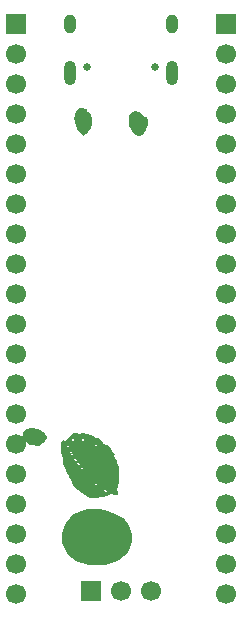
<source format=gbr>
%TF.GenerationSoftware,KiCad,Pcbnew,9.0.1*%
%TF.CreationDate,2026-01-20T01:34:41+00:00*%
%TF.ProjectId,heidi-pico,68656964-692d-4706-9963-6f2e6b696361,rev?*%
%TF.SameCoordinates,Original*%
%TF.FileFunction,Soldermask,Bot*%
%TF.FilePolarity,Negative*%
%FSLAX46Y46*%
G04 Gerber Fmt 4.6, Leading zero omitted, Abs format (unit mm)*
G04 Created by KiCad (PCBNEW 9.0.1) date 2026-01-20 01:34:41*
%MOMM*%
%LPD*%
G01*
G04 APERTURE LIST*
%ADD10C,0.010000*%
%ADD11C,0.000000*%
%ADD12C,1.000000*%
%ADD13C,0.400000*%
%ADD14R,1.700000X1.700000*%
%ADD15C,1.700000*%
%ADD16C,0.650000*%
%ADD17O,1.000000X2.100000*%
%ADD18O,1.000000X1.600000*%
G04 APERTURE END LIST*
D10*
%TO.C,G\u002A\u002A\u002A*%
X89038630Y-83044876D02*
X89244055Y-83116068D01*
X89325020Y-83159150D01*
X89370993Y-83186954D01*
X89397343Y-83207219D01*
X89406795Y-83222293D01*
X89405917Y-83267021D01*
X89392195Y-83247021D01*
X89398700Y-83297021D01*
X89398700Y-83319939D01*
X89445692Y-83361939D01*
X89480628Y-83362220D01*
X89511685Y-83362529D01*
X89562189Y-83385471D01*
X89600973Y-83417021D01*
X89641839Y-83479954D01*
X89709413Y-83583594D01*
X89720973Y-83607021D01*
X89768067Y-83700353D01*
X89816789Y-83834322D01*
X89830793Y-83901555D01*
X89840545Y-83985215D01*
X89845953Y-84078422D01*
X89846928Y-84174301D01*
X89843379Y-84265973D01*
X89835216Y-84346560D01*
X89824255Y-84402432D01*
X89800973Y-84477021D01*
X89770973Y-84577021D01*
X89710973Y-84717021D01*
X89653630Y-84839883D01*
X89583353Y-84954234D01*
X89508346Y-85049508D01*
X89480973Y-85077021D01*
X89429793Y-85123699D01*
X89377802Y-85159427D01*
X89324479Y-85192826D01*
X89260973Y-85237021D01*
X89225425Y-85262757D01*
X89186405Y-85290282D01*
X89150921Y-85310262D01*
X89126182Y-85318684D01*
X89080973Y-85297021D01*
X88986594Y-85217944D01*
X88950973Y-85177021D01*
X88880973Y-85117021D01*
X88826987Y-85049467D01*
X88790973Y-85007021D01*
X88762516Y-84960481D01*
X88720973Y-84897021D01*
X88649702Y-84750177D01*
X88560973Y-84537021D01*
X88515671Y-84392298D01*
X88469032Y-84219668D01*
X88440095Y-84059891D01*
X88428681Y-83911168D01*
X88434608Y-83771695D01*
X88457698Y-83639671D01*
X88478970Y-83565539D01*
X88524294Y-83443180D01*
X88574038Y-83340285D01*
X88630981Y-83251938D01*
X88697897Y-83173223D01*
X88749000Y-83122570D01*
X88783546Y-83092750D01*
X88813894Y-83073036D01*
X88845987Y-83059282D01*
X88868511Y-83052180D01*
X88949953Y-83038903D01*
X89038630Y-83044876D01*
G36*
X89038630Y-83044876D02*
G01*
X89244055Y-83116068D01*
X89325020Y-83159150D01*
X89370993Y-83186954D01*
X89397343Y-83207219D01*
X89406795Y-83222293D01*
X89405917Y-83267021D01*
X89392195Y-83247021D01*
X89398700Y-83297021D01*
X89398700Y-83319939D01*
X89445692Y-83361939D01*
X89480628Y-83362220D01*
X89511685Y-83362529D01*
X89562189Y-83385471D01*
X89600973Y-83417021D01*
X89641839Y-83479954D01*
X89709413Y-83583594D01*
X89720973Y-83607021D01*
X89768067Y-83700353D01*
X89816789Y-83834322D01*
X89830793Y-83901555D01*
X89840545Y-83985215D01*
X89845953Y-84078422D01*
X89846928Y-84174301D01*
X89843379Y-84265973D01*
X89835216Y-84346560D01*
X89824255Y-84402432D01*
X89800973Y-84477021D01*
X89770973Y-84577021D01*
X89710973Y-84717021D01*
X89653630Y-84839883D01*
X89583353Y-84954234D01*
X89508346Y-85049508D01*
X89480973Y-85077021D01*
X89429793Y-85123699D01*
X89377802Y-85159427D01*
X89324479Y-85192826D01*
X89260973Y-85237021D01*
X89225425Y-85262757D01*
X89186405Y-85290282D01*
X89150921Y-85310262D01*
X89126182Y-85318684D01*
X89080973Y-85297021D01*
X88986594Y-85217944D01*
X88950973Y-85177021D01*
X88880973Y-85117021D01*
X88826987Y-85049467D01*
X88790973Y-85007021D01*
X88762516Y-84960481D01*
X88720973Y-84897021D01*
X88649702Y-84750177D01*
X88560973Y-84537021D01*
X88515671Y-84392298D01*
X88469032Y-84219668D01*
X88440095Y-84059891D01*
X88428681Y-83911168D01*
X88434608Y-83771695D01*
X88457698Y-83639671D01*
X88478970Y-83565539D01*
X88524294Y-83443180D01*
X88574038Y-83340285D01*
X88630981Y-83251938D01*
X88697897Y-83173223D01*
X88749000Y-83122570D01*
X88783546Y-83092750D01*
X88813894Y-83073036D01*
X88845987Y-83059282D01*
X88868511Y-83052180D01*
X88949953Y-83038903D01*
X89038630Y-83044876D01*
G37*
D11*
G36*
X93676526Y-83291941D02*
G01*
X93698199Y-83300243D01*
X93713142Y-83332258D01*
X93796302Y-83366790D01*
X93917056Y-83397608D01*
X94020973Y-83477021D01*
X94200973Y-83657021D01*
X94322183Y-83785703D01*
X94400698Y-83858411D01*
X94427491Y-83872659D01*
X94449759Y-83874086D01*
X94480973Y-83857021D01*
X94528718Y-83805036D01*
X94580309Y-83897021D01*
X94611011Y-84054616D01*
X94620897Y-84197021D01*
X94618117Y-84347021D01*
X94610973Y-84527021D01*
X94570973Y-84707021D01*
X94460973Y-84967021D01*
X94350973Y-85157021D01*
X94230973Y-85287021D01*
X94170973Y-85337021D01*
X94110973Y-85377021D01*
X94074153Y-85393389D01*
X93984401Y-85422182D01*
X93890119Y-85428642D01*
X93796971Y-85412643D01*
X93762314Y-85400346D01*
X93694366Y-85367604D01*
X93626771Y-85324487D01*
X93554808Y-85267629D01*
X93477943Y-85197677D01*
X93369873Y-85085717D01*
X93278068Y-84970504D01*
X93200973Y-84857021D01*
X93190973Y-84827021D01*
X93120973Y-84697021D01*
X93067474Y-84555150D01*
X93030973Y-84417021D01*
X93008629Y-84231024D01*
X93006682Y-84114939D01*
X93014274Y-84006932D01*
X93030385Y-83919654D01*
X93072643Y-83792957D01*
X93170973Y-83607021D01*
X93240973Y-83517021D01*
X93360973Y-83397021D01*
X93400973Y-83377021D01*
X93490973Y-83315213D01*
X93540973Y-83299584D01*
X93620973Y-83291774D01*
X93676526Y-83291941D01*
G37*
D12*
X90443307Y-119704485D02*
X90486838Y-119744681D01*
X90560554Y-119823766D01*
X90657981Y-119933902D01*
X90772648Y-120067248D01*
X90898083Y-120215965D01*
X91027813Y-120372212D01*
X91155367Y-120528151D01*
X91274271Y-120675940D01*
X91378055Y-120807741D01*
X91460245Y-120915714D01*
X91514370Y-120992018D01*
X91533957Y-121028815D01*
X91532236Y-121034012D01*
X91490564Y-121061876D01*
X91402016Y-121097404D01*
X91278338Y-121137061D01*
X91131278Y-121177313D01*
X90972581Y-121214626D01*
X90813995Y-121245464D01*
X90812895Y-121245651D01*
X90677230Y-121266229D01*
X90546979Y-121281731D01*
X90450197Y-121288816D01*
X90321296Y-121292027D01*
X90346389Y-121158919D01*
X90348338Y-121147042D01*
X90357251Y-121062438D01*
X90366966Y-120929692D01*
X90376787Y-120760471D01*
X90386022Y-120566442D01*
X90393976Y-120359270D01*
X90396628Y-120284770D01*
X90404654Y-120096442D01*
X90413429Y-119935033D01*
X90422352Y-119809467D01*
X90430823Y-119728669D01*
X90438241Y-119701564D01*
X90443307Y-119704485D01*
G36*
X90443307Y-119704485D02*
G01*
X90486838Y-119744681D01*
X90560554Y-119823766D01*
X90657981Y-119933902D01*
X90772648Y-120067248D01*
X90898083Y-120215965D01*
X91027813Y-120372212D01*
X91155367Y-120528151D01*
X91274271Y-120675940D01*
X91378055Y-120807741D01*
X91460245Y-120915714D01*
X91514370Y-120992018D01*
X91533957Y-121028815D01*
X91532236Y-121034012D01*
X91490564Y-121061876D01*
X91402016Y-121097404D01*
X91278338Y-121137061D01*
X91131278Y-121177313D01*
X90972581Y-121214626D01*
X90813995Y-121245464D01*
X90812895Y-121245651D01*
X90677230Y-121266229D01*
X90546979Y-121281731D01*
X90450197Y-121288816D01*
X90321296Y-121292027D01*
X90346389Y-121158919D01*
X90348338Y-121147042D01*
X90357251Y-121062438D01*
X90366966Y-120929692D01*
X90376787Y-120760471D01*
X90386022Y-120566442D01*
X90393976Y-120359270D01*
X90396628Y-120284770D01*
X90404654Y-120096442D01*
X90413429Y-119935033D01*
X90422352Y-119809467D01*
X90430823Y-119728669D01*
X90438241Y-119701564D01*
X90443307Y-119704485D01*
G37*
X90083251Y-119534465D02*
X90126825Y-119554762D01*
X90171841Y-119581124D01*
X90203118Y-119617962D01*
X90215761Y-119678300D01*
X90217584Y-119781672D01*
X90216593Y-119849241D01*
X90212410Y-119998500D01*
X90205660Y-120174669D01*
X90196959Y-120366561D01*
X90186922Y-120562988D01*
X90176166Y-120752762D01*
X90165308Y-120924694D01*
X90154963Y-121067596D01*
X90145748Y-121170280D01*
X90138278Y-121221558D01*
X90132437Y-121238890D01*
X90106735Y-121272972D01*
X90054143Y-121288259D01*
X89956889Y-121291615D01*
X89951170Y-121291588D01*
X89686534Y-121267939D01*
X89400151Y-121204819D01*
X89112039Y-121108870D01*
X88842214Y-120986732D01*
X88610696Y-120845044D01*
X88458815Y-120734842D01*
X88646400Y-120607455D01*
X88662525Y-120596343D01*
X88765496Y-120521367D01*
X88897921Y-120420372D01*
X89044460Y-120305206D01*
X89189773Y-120187719D01*
X89205064Y-120175160D01*
X89360000Y-120048469D01*
X89521301Y-119917415D01*
X89670752Y-119796756D01*
X89790142Y-119701252D01*
X89842374Y-119659870D01*
X89937319Y-119586766D01*
X90000867Y-119545085D01*
X90045388Y-119529445D01*
X90083251Y-119534465D01*
G36*
X90083251Y-119534465D02*
G01*
X90126825Y-119554762D01*
X90171841Y-119581124D01*
X90203118Y-119617962D01*
X90215761Y-119678300D01*
X90217584Y-119781672D01*
X90216593Y-119849241D01*
X90212410Y-119998500D01*
X90205660Y-120174669D01*
X90196959Y-120366561D01*
X90186922Y-120562988D01*
X90176166Y-120752762D01*
X90165308Y-120924694D01*
X90154963Y-121067596D01*
X90145748Y-121170280D01*
X90138278Y-121221558D01*
X90132437Y-121238890D01*
X90106735Y-121272972D01*
X90054143Y-121288259D01*
X89956889Y-121291615D01*
X89951170Y-121291588D01*
X89686534Y-121267939D01*
X89400151Y-121204819D01*
X89112039Y-121108870D01*
X88842214Y-120986732D01*
X88610696Y-120845044D01*
X88458815Y-120734842D01*
X88646400Y-120607455D01*
X88662525Y-120596343D01*
X88765496Y-120521367D01*
X88897921Y-120420372D01*
X89044460Y-120305206D01*
X89189773Y-120187719D01*
X89205064Y-120175160D01*
X89360000Y-120048469D01*
X89521301Y-119917415D01*
X89670752Y-119796756D01*
X89790142Y-119701252D01*
X89842374Y-119659870D01*
X89937319Y-119586766D01*
X90000867Y-119545085D01*
X90045388Y-119529445D01*
X90083251Y-119534465D01*
G37*
X91348639Y-119483721D02*
X91520697Y-119487712D01*
X91763499Y-119495593D01*
X91995444Y-119505536D01*
X92203589Y-119516891D01*
X92374987Y-119529011D01*
X92496694Y-119541247D01*
X92817001Y-119583048D01*
X92797608Y-119709362D01*
X92734782Y-119953621D01*
X92611756Y-120213809D01*
X92438458Y-120456849D01*
X92221361Y-120673808D01*
X91966939Y-120855752D01*
X91903930Y-120893017D01*
X91810110Y-120945847D01*
X91754930Y-120970660D01*
X91728832Y-120971182D01*
X91722256Y-120951139D01*
X91722202Y-120950411D01*
X91700824Y-120912411D01*
X91644242Y-120833385D01*
X91557539Y-120719722D01*
X91445800Y-120577809D01*
X91314108Y-120414034D01*
X91167549Y-120234784D01*
X91011204Y-120046448D01*
X90850160Y-119855412D01*
X90520892Y-119467996D01*
X91348639Y-119483721D01*
G36*
X91348639Y-119483721D02*
G01*
X91520697Y-119487712D01*
X91763499Y-119495593D01*
X91995444Y-119505536D01*
X92203589Y-119516891D01*
X92374987Y-119529011D01*
X92496694Y-119541247D01*
X92817001Y-119583048D01*
X92797608Y-119709362D01*
X92734782Y-119953621D01*
X92611756Y-120213809D01*
X92438458Y-120456849D01*
X92221361Y-120673808D01*
X91966939Y-120855752D01*
X91903930Y-120893017D01*
X91810110Y-120945847D01*
X91754930Y-120970660D01*
X91728832Y-120971182D01*
X91722256Y-120951139D01*
X91722202Y-120950411D01*
X91700824Y-120912411D01*
X91644242Y-120833385D01*
X91557539Y-120719722D01*
X91445800Y-120577809D01*
X91314108Y-120414034D01*
X91167549Y-120234784D01*
X91011204Y-120046448D01*
X90850160Y-119855412D01*
X90520892Y-119467996D01*
X91348639Y-119483721D01*
G37*
X88735144Y-119356278D02*
X88962125Y-119368063D01*
X89240197Y-119387277D01*
X89309539Y-119392667D01*
X89493225Y-119409594D01*
X89631160Y-119426683D01*
X89717729Y-119443149D01*
X89747314Y-119458205D01*
X89734216Y-119478283D01*
X89680633Y-119531963D01*
X89595380Y-119607145D01*
X89488929Y-119694261D01*
X89446547Y-119727925D01*
X89291007Y-119852773D01*
X89126348Y-119986478D01*
X88981812Y-120105333D01*
X88925601Y-120151451D01*
X88788726Y-120260389D01*
X88654736Y-120363166D01*
X88545979Y-120442494D01*
X88537032Y-120448713D01*
X88444280Y-120510903D01*
X88372720Y-120554955D01*
X88337205Y-120571681D01*
X88301661Y-120548242D01*
X88244401Y-120483135D01*
X88176133Y-120389862D01*
X88106738Y-120281959D01*
X88046100Y-120172960D01*
X88032382Y-120144576D01*
X87971948Y-119992025D01*
X87920362Y-119820733D01*
X87884300Y-119655475D01*
X87870438Y-119521028D01*
X87870803Y-119491293D01*
X87879542Y-119452283D01*
X87910055Y-119427450D01*
X87975689Y-119408696D01*
X88089792Y-119387921D01*
X88115969Y-119383554D01*
X88249665Y-119365560D01*
X88390021Y-119355020D01*
X88548145Y-119351928D01*
X88735144Y-119356278D01*
G36*
X88735144Y-119356278D02*
G01*
X88962125Y-119368063D01*
X89240197Y-119387277D01*
X89309539Y-119392667D01*
X89493225Y-119409594D01*
X89631160Y-119426683D01*
X89717729Y-119443149D01*
X89747314Y-119458205D01*
X89734216Y-119478283D01*
X89680633Y-119531963D01*
X89595380Y-119607145D01*
X89488929Y-119694261D01*
X89446547Y-119727925D01*
X89291007Y-119852773D01*
X89126348Y-119986478D01*
X88981812Y-120105333D01*
X88925601Y-120151451D01*
X88788726Y-120260389D01*
X88654736Y-120363166D01*
X88545979Y-120442494D01*
X88537032Y-120448713D01*
X88444280Y-120510903D01*
X88372720Y-120554955D01*
X88337205Y-120571681D01*
X88301661Y-120548242D01*
X88244401Y-120483135D01*
X88176133Y-120389862D01*
X88106738Y-120281959D01*
X88046100Y-120172960D01*
X88032382Y-120144576D01*
X87971948Y-119992025D01*
X87920362Y-119820733D01*
X87884300Y-119655475D01*
X87870438Y-119521028D01*
X87870803Y-119491293D01*
X87879542Y-119452283D01*
X87910055Y-119427450D01*
X87975689Y-119408696D01*
X88089792Y-119387921D01*
X88115969Y-119383554D01*
X88249665Y-119365560D01*
X88390021Y-119355020D01*
X88548145Y-119351928D01*
X88735144Y-119356278D01*
G37*
X92172668Y-118163568D02*
X92240100Y-118229611D01*
X92334939Y-118340177D01*
X92414198Y-118440853D01*
X92592064Y-118716669D01*
X92722472Y-119000579D01*
X92799087Y-119279758D01*
X92802268Y-119299556D01*
X92803111Y-119347680D01*
X92782138Y-119374363D01*
X92729475Y-119381761D01*
X92635247Y-119372029D01*
X92489580Y-119347323D01*
X92486669Y-119346814D01*
X92402700Y-119337147D01*
X92266880Y-119327050D01*
X92089426Y-119317039D01*
X91880556Y-119307632D01*
X91650489Y-119299345D01*
X91409440Y-119292695D01*
X91210116Y-119287957D01*
X90992475Y-119282216D01*
X90825529Y-119276622D01*
X90702445Y-119270563D01*
X90616386Y-119263428D01*
X90560518Y-119254607D01*
X90528006Y-119243488D01*
X90512015Y-119229460D01*
X90505710Y-119211913D01*
X90514868Y-119158351D01*
X90567970Y-119093080D01*
X90623791Y-119050069D01*
X90795127Y-118929047D01*
X91010056Y-118789044D01*
X91259490Y-118635871D01*
X91534340Y-118475338D01*
X91641399Y-118413850D01*
X91786344Y-118329151D01*
X91907617Y-118256570D01*
X91994909Y-118202304D01*
X92037916Y-118172551D01*
X92079802Y-118142350D01*
X92122588Y-118136373D01*
X92172668Y-118163568D01*
G36*
X92172668Y-118163568D02*
G01*
X92240100Y-118229611D01*
X92334939Y-118340177D01*
X92414198Y-118440853D01*
X92592064Y-118716669D01*
X92722472Y-119000579D01*
X92799087Y-119279758D01*
X92802268Y-119299556D01*
X92803111Y-119347680D01*
X92782138Y-119374363D01*
X92729475Y-119381761D01*
X92635247Y-119372029D01*
X92489580Y-119347323D01*
X92486669Y-119346814D01*
X92402700Y-119337147D01*
X92266880Y-119327050D01*
X92089426Y-119317039D01*
X91880556Y-119307632D01*
X91650489Y-119299345D01*
X91409440Y-119292695D01*
X91210116Y-119287957D01*
X90992475Y-119282216D01*
X90825529Y-119276622D01*
X90702445Y-119270563D01*
X90616386Y-119263428D01*
X90560518Y-119254607D01*
X90528006Y-119243488D01*
X90512015Y-119229460D01*
X90505710Y-119211913D01*
X90514868Y-119158351D01*
X90567970Y-119093080D01*
X90623791Y-119050069D01*
X90795127Y-118929047D01*
X91010056Y-118789044D01*
X91259490Y-118635871D01*
X91534340Y-118475338D01*
X91641399Y-118413850D01*
X91786344Y-118329151D01*
X91907617Y-118256570D01*
X91994909Y-118202304D01*
X92037916Y-118172551D01*
X92079802Y-118142350D01*
X92122588Y-118136373D01*
X92172668Y-118163568D01*
G37*
X88722744Y-117909003D02*
X88767025Y-117938332D01*
X88829427Y-117990653D01*
X88914992Y-118070414D01*
X89028763Y-118182063D01*
X89175780Y-118330049D01*
X89361085Y-118518821D01*
X89465935Y-118626490D01*
X89651879Y-118820801D01*
X89797400Y-118978025D01*
X89901199Y-119096702D01*
X89961978Y-119175373D01*
X89978436Y-119212577D01*
X89944632Y-119242229D01*
X89862950Y-119242143D01*
X89783613Y-119231096D01*
X89611044Y-119213638D01*
X89407786Y-119199237D01*
X89184189Y-119188047D01*
X88950606Y-119180226D01*
X88717390Y-119175929D01*
X88494892Y-119175313D01*
X88293464Y-119178535D01*
X88123460Y-119185751D01*
X87995231Y-119197116D01*
X87919129Y-119212788D01*
X87909188Y-119213889D01*
X87895169Y-119182650D01*
X87901753Y-119108517D01*
X87926080Y-119002528D01*
X87965290Y-118875723D01*
X88016522Y-118739139D01*
X88076917Y-118603815D01*
X88078360Y-118600880D01*
X88150339Y-118476767D01*
X88247987Y-118337424D01*
X88359736Y-118196647D01*
X88474020Y-118068231D01*
X88579271Y-117965972D01*
X88663924Y-117903668D01*
X88668382Y-117901522D01*
X88691544Y-117898216D01*
X88722744Y-117909003D01*
G36*
X88722744Y-117909003D02*
G01*
X88767025Y-117938332D01*
X88829427Y-117990653D01*
X88914992Y-118070414D01*
X89028763Y-118182063D01*
X89175780Y-118330049D01*
X89361085Y-118518821D01*
X89465935Y-118626490D01*
X89651879Y-118820801D01*
X89797400Y-118978025D01*
X89901199Y-119096702D01*
X89961978Y-119175373D01*
X89978436Y-119212577D01*
X89944632Y-119242229D01*
X89862950Y-119242143D01*
X89783613Y-119231096D01*
X89611044Y-119213638D01*
X89407786Y-119199237D01*
X89184189Y-119188047D01*
X88950606Y-119180226D01*
X88717390Y-119175929D01*
X88494892Y-119175313D01*
X88293464Y-119178535D01*
X88123460Y-119185751D01*
X87995231Y-119197116D01*
X87919129Y-119212788D01*
X87909188Y-119213889D01*
X87895169Y-119182650D01*
X87901753Y-119108517D01*
X87926080Y-119002528D01*
X87965290Y-118875723D01*
X88016522Y-118739139D01*
X88076917Y-118603815D01*
X88078360Y-118600880D01*
X88150339Y-118476767D01*
X88247987Y-118337424D01*
X88359736Y-118196647D01*
X88474020Y-118068231D01*
X88579271Y-117965972D01*
X88663924Y-117903668D01*
X88668382Y-117901522D01*
X88691544Y-117898216D01*
X88722744Y-117909003D01*
G37*
X90139539Y-117524773D02*
X90223048Y-117527902D01*
X90257895Y-117533704D01*
X90260704Y-117560137D01*
X90259364Y-117638007D01*
X90253449Y-117753701D01*
X90243492Y-117893876D01*
X90237289Y-117990552D01*
X90230406Y-118196377D01*
X90229516Y-118412780D01*
X90235016Y-118606335D01*
X90240709Y-118746328D01*
X90242738Y-118872579D01*
X90240704Y-118963562D01*
X90234621Y-119005657D01*
X90199488Y-119034031D01*
X90145582Y-119022026D01*
X90068632Y-118964045D01*
X89962894Y-118856947D01*
X89961326Y-118855243D01*
X89885564Y-118774501D01*
X89776236Y-118660013D01*
X89643491Y-118522307D01*
X89497479Y-118371915D01*
X89348349Y-118219367D01*
X88899425Y-117761874D01*
X89065896Y-117696054D01*
X89320928Y-117610100D01*
X89610626Y-117550936D01*
X89929133Y-117526366D01*
X90021297Y-117524628D01*
X90139539Y-117524773D01*
G36*
X90139539Y-117524773D02*
G01*
X90223048Y-117527902D01*
X90257895Y-117533704D01*
X90260704Y-117560137D01*
X90259364Y-117638007D01*
X90253449Y-117753701D01*
X90243492Y-117893876D01*
X90237289Y-117990552D01*
X90230406Y-118196377D01*
X90229516Y-118412780D01*
X90235016Y-118606335D01*
X90240709Y-118746328D01*
X90242738Y-118872579D01*
X90240704Y-118963562D01*
X90234621Y-119005657D01*
X90199488Y-119034031D01*
X90145582Y-119022026D01*
X90068632Y-118964045D01*
X89962894Y-118856947D01*
X89961326Y-118855243D01*
X89885564Y-118774501D01*
X89776236Y-118660013D01*
X89643491Y-118522307D01*
X89497479Y-118371915D01*
X89348349Y-118219367D01*
X88899425Y-117761874D01*
X89065896Y-117696054D01*
X89320928Y-117610100D01*
X89610626Y-117550936D01*
X89929133Y-117526366D01*
X90021297Y-117524628D01*
X90139539Y-117524773D01*
G37*
X90557195Y-117547790D02*
X90660291Y-117567288D01*
X90789023Y-117596340D01*
X90929795Y-117631619D01*
X91069008Y-117669803D01*
X91193062Y-117707566D01*
X91288359Y-117741585D01*
X91329411Y-117758506D01*
X91477287Y-117823071D01*
X91616809Y-117888952D01*
X91735580Y-117949872D01*
X91821202Y-117999553D01*
X91861279Y-118031716D01*
X91859610Y-118041040D01*
X91820598Y-118078299D01*
X91742420Y-118131993D01*
X91636495Y-118193884D01*
X91570580Y-118230135D01*
X91378252Y-118338902D01*
X91181554Y-118453920D01*
X90992366Y-118567956D01*
X90822569Y-118673778D01*
X90684044Y-118764151D01*
X90588672Y-118831841D01*
X90532937Y-118872210D01*
X90466017Y-118912235D01*
X90430332Y-118922027D01*
X90418317Y-118884153D01*
X90410817Y-118795063D01*
X90407439Y-118666007D01*
X90407776Y-118508228D01*
X90411422Y-118332971D01*
X90417972Y-118151477D01*
X90427020Y-117974991D01*
X90438159Y-117814757D01*
X90450985Y-117682016D01*
X90465091Y-117588014D01*
X90480072Y-117543993D01*
X90493336Y-117541168D01*
X90557195Y-117547790D01*
G36*
X90557195Y-117547790D02*
G01*
X90660291Y-117567288D01*
X90789023Y-117596340D01*
X90929795Y-117631619D01*
X91069008Y-117669803D01*
X91193062Y-117707566D01*
X91288359Y-117741585D01*
X91329411Y-117758506D01*
X91477287Y-117823071D01*
X91616809Y-117888952D01*
X91735580Y-117949872D01*
X91821202Y-117999553D01*
X91861279Y-118031716D01*
X91859610Y-118041040D01*
X91820598Y-118078299D01*
X91742420Y-118131993D01*
X91636495Y-118193884D01*
X91570580Y-118230135D01*
X91378252Y-118338902D01*
X91181554Y-118453920D01*
X90992366Y-118567956D01*
X90822569Y-118673778D01*
X90684044Y-118764151D01*
X90588672Y-118831841D01*
X90532937Y-118872210D01*
X90466017Y-118912235D01*
X90430332Y-118922027D01*
X90418317Y-118884153D01*
X90410817Y-118795063D01*
X90407439Y-118666007D01*
X90407776Y-118508228D01*
X90411422Y-118332971D01*
X90417972Y-118151477D01*
X90427020Y-117974991D01*
X90438159Y-117814757D01*
X90450985Y-117682016D01*
X90465091Y-117588014D01*
X90480072Y-117543993D01*
X90493336Y-117541168D01*
X90557195Y-117547790D01*
G37*
D11*
G36*
X90652787Y-111176910D02*
G01*
X90748386Y-111253861D01*
X90819130Y-111321531D01*
X90852072Y-111371492D01*
X90881608Y-111457748D01*
X90895393Y-111504757D01*
X90936241Y-111535673D01*
X91021337Y-111553272D01*
X91025953Y-111553900D01*
X91136174Y-111579408D01*
X91176429Y-111599913D01*
X91233127Y-111628794D01*
X91331782Y-111712120D01*
X91447106Y-111839446D01*
X91480407Y-111880079D01*
X91555729Y-111977279D01*
X91637191Y-112087503D01*
X91715948Y-112198199D01*
X91783154Y-112296817D01*
X91829964Y-112370807D01*
X91847533Y-112407617D01*
X91835514Y-112418821D01*
X91784895Y-112437723D01*
X91757305Y-112448249D01*
X91725293Y-112491866D01*
X91746492Y-112553064D01*
X91819346Y-112623457D01*
X91874729Y-112671148D01*
X91942569Y-112758127D01*
X92001946Y-112876822D01*
X92057669Y-113037445D01*
X92114548Y-113250209D01*
X92158226Y-113446757D01*
X92211936Y-113814530D01*
X92219143Y-113863880D01*
X92230041Y-114260013D01*
X92191512Y-114645895D01*
X92169065Y-114775091D01*
X92137644Y-114937773D01*
X92106907Y-115079815D01*
X92081119Y-115180559D01*
X92054888Y-115282553D01*
X92052245Y-115317859D01*
X92048709Y-115365091D01*
X92066379Y-115434364D01*
X92075721Y-115463688D01*
X92090735Y-115562721D01*
X92091989Y-115660118D01*
X92092161Y-115673453D01*
X92082429Y-115826799D01*
X91926562Y-115836634D01*
X91777934Y-115829099D01*
X91632016Y-115777210D01*
X91554147Y-115742043D01*
X91489029Y-115727758D01*
X91443370Y-115743605D01*
X91430653Y-115752474D01*
X91325991Y-115815523D01*
X91200279Y-115878769D01*
X91066272Y-115937331D01*
X90936723Y-115986330D01*
X90824388Y-116020884D01*
X90742021Y-116036113D01*
X90702376Y-116027138D01*
X90695042Y-116018983D01*
X90640274Y-116001064D01*
X90568839Y-116004757D01*
X90514081Y-116029622D01*
X90488252Y-116044029D01*
X90412636Y-116068248D01*
X90312071Y-116090068D01*
X90084987Y-116109192D01*
X89839751Y-116078747D01*
X89595277Y-115991705D01*
X89343436Y-115846019D01*
X89243442Y-115777981D01*
X89098733Y-115679506D01*
X88969261Y-115591388D01*
X88854386Y-115505448D01*
X88760566Y-115420672D01*
X90965965Y-115420672D01*
X90979297Y-115454450D01*
X91041060Y-115518023D01*
X91109239Y-115573633D01*
X91194507Y-115630915D01*
X91261389Y-115662593D01*
X91295646Y-115660688D01*
X91295938Y-115660118D01*
X91278937Y-115629106D01*
X91223326Y-115573381D01*
X91140683Y-115504603D01*
X91055881Y-115446371D01*
X90993886Y-115417657D01*
X90965965Y-115420672D01*
X88760566Y-115420672D01*
X88671605Y-115340287D01*
X88496310Y-115150719D01*
X88340112Y-114950811D01*
X88214622Y-114754632D01*
X88131449Y-114576249D01*
X88120305Y-114547314D01*
X88100154Y-114508189D01*
X89820191Y-114508189D01*
X89824634Y-114530309D01*
X89866735Y-114587662D01*
X89941478Y-114670192D01*
X90040258Y-114769577D01*
X90154470Y-114877494D01*
X90275511Y-114985623D01*
X90394777Y-115085642D01*
X90503663Y-115169229D01*
X90535838Y-115192244D01*
X90664200Y-115279430D01*
X90750435Y-115328054D01*
X90798842Y-115340177D01*
X90813721Y-115317859D01*
X90813518Y-115316677D01*
X90785059Y-115287086D01*
X90717893Y-115235835D01*
X90625487Y-115173268D01*
X90533207Y-115107211D01*
X90408431Y-115007561D01*
X90271575Y-114890521D01*
X90139203Y-114769834D01*
X90115140Y-114747191D01*
X90005681Y-114647611D01*
X89914038Y-114569665D01*
X89849209Y-114520731D01*
X89820191Y-114508189D01*
X88100154Y-114508189D01*
X88079650Y-114468378D01*
X88041068Y-114424295D01*
X88019603Y-114406893D01*
X87995252Y-114352711D01*
X87995176Y-114351208D01*
X87979786Y-114303286D01*
X87941462Y-114213026D01*
X87885711Y-114092791D01*
X87818043Y-113954945D01*
X87747958Y-113811891D01*
X87682953Y-113671719D01*
X87632528Y-113555028D01*
X87603877Y-113477847D01*
X87601361Y-113469647D01*
X87556223Y-113375656D01*
X87498782Y-113321468D01*
X87458774Y-113293160D01*
X87448927Y-113243170D01*
X87473569Y-113161912D01*
X87483966Y-113054231D01*
X87471626Y-112922840D01*
X87436103Y-112750589D01*
X87424045Y-112699275D01*
X87395037Y-112569786D01*
X87372980Y-112462743D01*
X87361903Y-112397329D01*
X87343253Y-112341703D01*
X87282737Y-112309022D01*
X87225624Y-112289389D01*
X87218734Y-112257270D01*
X87271193Y-112226251D01*
X87296795Y-112213064D01*
X87313938Y-112184230D01*
X87322863Y-112128388D01*
X87325400Y-112033680D01*
X87323381Y-111888251D01*
X87322526Y-111849015D01*
X87318401Y-111717672D01*
X87311420Y-111634239D01*
X87298833Y-111586801D01*
X87283752Y-111569976D01*
X87807622Y-111569976D01*
X87824980Y-111654394D01*
X87873607Y-111781795D01*
X87948615Y-111943297D01*
X88045115Y-112130342D01*
X88158217Y-112334375D01*
X88283033Y-112546838D01*
X88414675Y-112759174D01*
X88548253Y-112962827D01*
X88678879Y-113149240D01*
X88801665Y-113309856D01*
X88879814Y-113406613D01*
X88978260Y-113528780D01*
X89072966Y-113646539D01*
X89144484Y-113732549D01*
X89220292Y-113811716D01*
X89264834Y-113838794D01*
X89279025Y-113814530D01*
X89277743Y-113810715D01*
X89249999Y-113768367D01*
X89191540Y-113689748D01*
X89109669Y-113584481D01*
X89011685Y-113462187D01*
X88863340Y-113274061D01*
X88613869Y-112932312D01*
X88385644Y-112587362D01*
X88187837Y-112253387D01*
X88029617Y-111944559D01*
X87998590Y-111877854D01*
X87925653Y-111722887D01*
X87873772Y-111617163D01*
X87865274Y-111601718D01*
X90138108Y-111601718D01*
X90159583Y-111665294D01*
X90181382Y-111688391D01*
X90229064Y-111704364D01*
X90281234Y-111661723D01*
X90305683Y-111599913D01*
X90284063Y-111544112D01*
X90223261Y-111520387D01*
X90163162Y-111544889D01*
X90138108Y-111601718D01*
X87865274Y-111601718D01*
X87839486Y-111554846D01*
X87819339Y-111530099D01*
X87809870Y-111537088D01*
X87807622Y-111569976D01*
X87283752Y-111569976D01*
X87277892Y-111563439D01*
X87245845Y-111552239D01*
X87222964Y-111545979D01*
X87203269Y-111530893D01*
X87210237Y-111500307D01*
X87247954Y-111443029D01*
X87320511Y-111347870D01*
X87344332Y-111317366D01*
X87429487Y-111214413D01*
X87485433Y-111160209D01*
X87516111Y-111151636D01*
X87525462Y-111185573D01*
X87532738Y-111211896D01*
X87577390Y-111251738D01*
X87616036Y-111245896D01*
X87682259Y-111203645D01*
X87752791Y-111144126D01*
X88230147Y-111144126D01*
X88244382Y-111201361D01*
X88294500Y-111232515D01*
X88366336Y-111211231D01*
X88387651Y-111191884D01*
X88400829Y-111137405D01*
X88400422Y-111136725D01*
X89065860Y-111136725D01*
X89066132Y-111137405D01*
X89089110Y-111194953D01*
X89139738Y-111233042D01*
X89195752Y-111235014D01*
X89235858Y-111193730D01*
X89245589Y-111135282D01*
X89214019Y-111073992D01*
X89137312Y-111050596D01*
X89102040Y-111052416D01*
X89067068Y-111074278D01*
X89065860Y-111136725D01*
X88400422Y-111136725D01*
X88371204Y-111087872D01*
X88308017Y-111066256D01*
X88294689Y-111066542D01*
X88243277Y-111084713D01*
X88230147Y-111144126D01*
X87752791Y-111144126D01*
X87780043Y-111121129D01*
X87914073Y-110994772D01*
X87922033Y-110987038D01*
X88094974Y-110823288D01*
X88235004Y-110702499D01*
X88350267Y-110620781D01*
X88448910Y-110574246D01*
X88539081Y-110559002D01*
X88628926Y-110571162D01*
X88726590Y-110606834D01*
X88761681Y-110621631D01*
X88850657Y-110647255D01*
X88898505Y-110635926D01*
X88899550Y-110634976D01*
X88948140Y-110619222D01*
X89039425Y-110608388D01*
X89154532Y-110604771D01*
X89262620Y-110612720D01*
X89425879Y-110640425D01*
X89606628Y-110683437D01*
X89788957Y-110736997D01*
X89956955Y-110796348D01*
X90094713Y-110856729D01*
X90186320Y-110913382D01*
X90195636Y-110920949D01*
X90272479Y-110968515D01*
X90337792Y-110987958D01*
X90370987Y-110997188D01*
X90448675Y-111037893D01*
X90547746Y-111101360D01*
X90594909Y-111135282D01*
X90652787Y-111176910D01*
G37*
D13*
X84324362Y-110812327D02*
X84331264Y-110815786D01*
X84414728Y-110849404D01*
X84528997Y-110886394D01*
X84659003Y-110922988D01*
X84789677Y-110955417D01*
X84905948Y-110979914D01*
X84992747Y-110992709D01*
X85035004Y-110990034D01*
X85044028Y-110985615D01*
X85105922Y-110971391D01*
X85207858Y-110957050D01*
X85333107Y-110945112D01*
X85362835Y-110942806D01*
X85503740Y-110930325D01*
X85631077Y-110916822D01*
X85720377Y-110904842D01*
X85740714Y-110901509D01*
X85805699Y-110894571D01*
X85824469Y-110906935D01*
X85809568Y-110944125D01*
X85796199Y-110965492D01*
X85731855Y-111043690D01*
X85639619Y-111138712D01*
X85535680Y-111235247D01*
X85436231Y-111317986D01*
X85357462Y-111371620D01*
X85326443Y-111388079D01*
X85256505Y-111419487D01*
X85217241Y-111420737D01*
X85191576Y-111394148D01*
X85190786Y-111392985D01*
X85147014Y-111376487D01*
X85072280Y-111380205D01*
X85031641Y-111383520D01*
X84913821Y-111371072D01*
X84769358Y-111334607D01*
X84691947Y-111309061D01*
X84612667Y-111274476D01*
X84549244Y-111228387D01*
X84484524Y-111157451D01*
X84401356Y-111048322D01*
X84368905Y-111003860D01*
X84301341Y-110906964D01*
X84254471Y-110833452D01*
X84236929Y-110796543D01*
X84237158Y-110794529D01*
X84264754Y-110789450D01*
X84324362Y-110812327D01*
G36*
X84324362Y-110812327D02*
G01*
X84331264Y-110815786D01*
X84414728Y-110849404D01*
X84528997Y-110886394D01*
X84659003Y-110922988D01*
X84789677Y-110955417D01*
X84905948Y-110979914D01*
X84992747Y-110992709D01*
X85035004Y-110990034D01*
X85044028Y-110985615D01*
X85105922Y-110971391D01*
X85207858Y-110957050D01*
X85333107Y-110945112D01*
X85362835Y-110942806D01*
X85503740Y-110930325D01*
X85631077Y-110916822D01*
X85720377Y-110904842D01*
X85740714Y-110901509D01*
X85805699Y-110894571D01*
X85824469Y-110906935D01*
X85809568Y-110944125D01*
X85796199Y-110965492D01*
X85731855Y-111043690D01*
X85639619Y-111138712D01*
X85535680Y-111235247D01*
X85436231Y-111317986D01*
X85357462Y-111371620D01*
X85326443Y-111388079D01*
X85256505Y-111419487D01*
X85217241Y-111420737D01*
X85191576Y-111394148D01*
X85190786Y-111392985D01*
X85147014Y-111376487D01*
X85072280Y-111380205D01*
X85031641Y-111383520D01*
X84913821Y-111371072D01*
X84769358Y-111334607D01*
X84691947Y-111309061D01*
X84612667Y-111274476D01*
X84549244Y-111228387D01*
X84484524Y-111157451D01*
X84401356Y-111048322D01*
X84368905Y-111003860D01*
X84301341Y-110906964D01*
X84254471Y-110833452D01*
X84236929Y-110796543D01*
X84237158Y-110794529D01*
X84264754Y-110789450D01*
X84324362Y-110812327D01*
G37*
X84797981Y-110361741D02*
X84945753Y-110367768D01*
X85045183Y-110383610D01*
X85107709Y-110410891D01*
X85164581Y-110440113D01*
X85216466Y-110445797D01*
X85241231Y-110446459D01*
X85312868Y-110471555D01*
X85409145Y-110518993D01*
X85513603Y-110580344D01*
X85609778Y-110647180D01*
X85682874Y-110703571D01*
X85609778Y-110719862D01*
X85609202Y-110719991D01*
X85525481Y-110734750D01*
X85427065Y-110747426D01*
X85385285Y-110751379D01*
X85183064Y-110762190D01*
X84983053Y-110760914D01*
X84805111Y-110748153D01*
X84669098Y-110724506D01*
X84625580Y-110712493D01*
X84487469Y-110668569D01*
X84373778Y-110623840D01*
X84296656Y-110583510D01*
X84268249Y-110552784D01*
X84271831Y-110543104D01*
X84309768Y-110499695D01*
X84375777Y-110443586D01*
X84407740Y-110420266D01*
X84464079Y-110388911D01*
X84529792Y-110371199D01*
X84622618Y-110363347D01*
X84760300Y-110361570D01*
X84797981Y-110361741D01*
G36*
X84797981Y-110361741D02*
G01*
X84945753Y-110367768D01*
X85045183Y-110383610D01*
X85107709Y-110410891D01*
X85164581Y-110440113D01*
X85216466Y-110445797D01*
X85241231Y-110446459D01*
X85312868Y-110471555D01*
X85409145Y-110518993D01*
X85513603Y-110580344D01*
X85609778Y-110647180D01*
X85682874Y-110703571D01*
X85609778Y-110719862D01*
X85609202Y-110719991D01*
X85525481Y-110734750D01*
X85427065Y-110747426D01*
X85385285Y-110751379D01*
X85183064Y-110762190D01*
X84983053Y-110760914D01*
X84805111Y-110748153D01*
X84669098Y-110724506D01*
X84625580Y-110712493D01*
X84487469Y-110668569D01*
X84373778Y-110623840D01*
X84296656Y-110583510D01*
X84268249Y-110552784D01*
X84271831Y-110543104D01*
X84309768Y-110499695D01*
X84375777Y-110443586D01*
X84407740Y-110420266D01*
X84464079Y-110388911D01*
X84529792Y-110371199D01*
X84622618Y-110363347D01*
X84760300Y-110361570D01*
X84797981Y-110361741D01*
G37*
%TD*%
D14*
%TO.C,J3*%
X83460000Y-75970000D03*
D15*
X83460000Y-78510000D03*
X83460000Y-81050000D03*
X83460000Y-83590000D03*
X83460000Y-86130000D03*
X83460000Y-88670000D03*
X83460000Y-91210000D03*
X83460000Y-93750000D03*
X83460000Y-96290000D03*
X83460000Y-98830000D03*
X83460000Y-101370000D03*
X83460000Y-103910000D03*
X83460000Y-106450000D03*
X83460000Y-108990000D03*
X83460000Y-111530000D03*
X83460000Y-114070000D03*
X83460000Y-116610000D03*
X83460000Y-119150000D03*
X83460000Y-121690000D03*
X83460000Y-124230000D03*
%TD*%
D14*
%TO.C,J2*%
X89810000Y-123990000D03*
D15*
X92350000Y-123990000D03*
X94890000Y-123990000D03*
%TD*%
D16*
%TO.C,J1*%
X95240000Y-79562000D03*
X89460000Y-79562000D03*
D17*
X96670000Y-80092000D03*
D18*
X96670000Y-75912000D03*
D17*
X88030000Y-80092000D03*
D18*
X88030000Y-75912000D03*
%TD*%
D14*
%TO.C,J4*%
X101240000Y-75970000D03*
D15*
X101240000Y-78510000D03*
X101240000Y-81050000D03*
X101240000Y-83590000D03*
X101240000Y-86130000D03*
X101240000Y-88670000D03*
X101240000Y-91210000D03*
X101240000Y-93750000D03*
X101240000Y-96290000D03*
X101240000Y-98830000D03*
X101240000Y-101370000D03*
X101240000Y-103910000D03*
X101240000Y-106450000D03*
X101240000Y-108990000D03*
X101240000Y-111530000D03*
X101240000Y-114070000D03*
X101240000Y-116610000D03*
X101240000Y-119150000D03*
X101240000Y-121690000D03*
X101240000Y-124230000D03*
%TD*%
M02*

</source>
